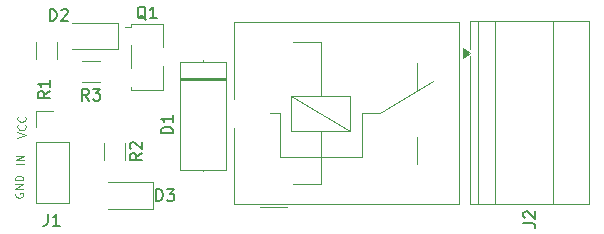
<source format=gbr>
%TF.GenerationSoftware,KiCad,Pcbnew,9.0.5*%
%TF.CreationDate,2025-12-25T11:21:18+05:30*%
%TF.ProjectId,Relay Module ( Single channel),52656c61-7920-44d6-9f64-756c65202820,v1.0*%
%TF.SameCoordinates,Original*%
%TF.FileFunction,Legend,Top*%
%TF.FilePolarity,Positive*%
%FSLAX46Y46*%
G04 Gerber Fmt 4.6, Leading zero omitted, Abs format (unit mm)*
G04 Created by KiCad (PCBNEW 9.0.5) date 2025-12-25 11:21:18*
%MOMM*%
%LPD*%
G01*
G04 APERTURE LIST*
%ADD10C,0.125000*%
%ADD11C,0.150000*%
%ADD12C,0.120000*%
G04 APERTURE END LIST*
D10*
X143617833Y-103121097D02*
X144317833Y-102887764D01*
X144317833Y-102887764D02*
X143617833Y-102654430D01*
X144251166Y-102021097D02*
X144284500Y-102054430D01*
X144284500Y-102054430D02*
X144317833Y-102154430D01*
X144317833Y-102154430D02*
X144317833Y-102221097D01*
X144317833Y-102221097D02*
X144284500Y-102321097D01*
X144284500Y-102321097D02*
X144217833Y-102387764D01*
X144217833Y-102387764D02*
X144151166Y-102421097D01*
X144151166Y-102421097D02*
X144017833Y-102454430D01*
X144017833Y-102454430D02*
X143917833Y-102454430D01*
X143917833Y-102454430D02*
X143784500Y-102421097D01*
X143784500Y-102421097D02*
X143717833Y-102387764D01*
X143717833Y-102387764D02*
X143651166Y-102321097D01*
X143651166Y-102321097D02*
X143617833Y-102221097D01*
X143617833Y-102221097D02*
X143617833Y-102154430D01*
X143617833Y-102154430D02*
X143651166Y-102054430D01*
X143651166Y-102054430D02*
X143684500Y-102021097D01*
X144251166Y-101321097D02*
X144284500Y-101354430D01*
X144284500Y-101354430D02*
X144317833Y-101454430D01*
X144317833Y-101454430D02*
X144317833Y-101521097D01*
X144317833Y-101521097D02*
X144284500Y-101621097D01*
X144284500Y-101621097D02*
X144217833Y-101687764D01*
X144217833Y-101687764D02*
X144151166Y-101721097D01*
X144151166Y-101721097D02*
X144017833Y-101754430D01*
X144017833Y-101754430D02*
X143917833Y-101754430D01*
X143917833Y-101754430D02*
X143784500Y-101721097D01*
X143784500Y-101721097D02*
X143717833Y-101687764D01*
X143717833Y-101687764D02*
X143651166Y-101621097D01*
X143651166Y-101621097D02*
X143617833Y-101521097D01*
X143617833Y-101521097D02*
X143617833Y-101454430D01*
X143617833Y-101454430D02*
X143651166Y-101354430D01*
X143651166Y-101354430D02*
X143684500Y-101321097D01*
X144177833Y-105371097D02*
X143477833Y-105371097D01*
X144177833Y-105037764D02*
X143477833Y-105037764D01*
X143477833Y-105037764D02*
X144177833Y-104637764D01*
X144177833Y-104637764D02*
X143477833Y-104637764D01*
X143451166Y-107794430D02*
X143417833Y-107861097D01*
X143417833Y-107861097D02*
X143417833Y-107961097D01*
X143417833Y-107961097D02*
X143451166Y-108061097D01*
X143451166Y-108061097D02*
X143517833Y-108127764D01*
X143517833Y-108127764D02*
X143584500Y-108161097D01*
X143584500Y-108161097D02*
X143717833Y-108194430D01*
X143717833Y-108194430D02*
X143817833Y-108194430D01*
X143817833Y-108194430D02*
X143951166Y-108161097D01*
X143951166Y-108161097D02*
X144017833Y-108127764D01*
X144017833Y-108127764D02*
X144084500Y-108061097D01*
X144084500Y-108061097D02*
X144117833Y-107961097D01*
X144117833Y-107961097D02*
X144117833Y-107894430D01*
X144117833Y-107894430D02*
X144084500Y-107794430D01*
X144084500Y-107794430D02*
X144051166Y-107761097D01*
X144051166Y-107761097D02*
X143817833Y-107761097D01*
X143817833Y-107761097D02*
X143817833Y-107894430D01*
X144117833Y-107461097D02*
X143417833Y-107461097D01*
X143417833Y-107461097D02*
X144117833Y-107061097D01*
X144117833Y-107061097D02*
X143417833Y-107061097D01*
X144117833Y-106727764D02*
X143417833Y-106727764D01*
X143417833Y-106727764D02*
X143417833Y-106561097D01*
X143417833Y-106561097D02*
X143451166Y-106461097D01*
X143451166Y-106461097D02*
X143517833Y-106394431D01*
X143517833Y-106394431D02*
X143584500Y-106361097D01*
X143584500Y-106361097D02*
X143717833Y-106327764D01*
X143717833Y-106327764D02*
X143817833Y-106327764D01*
X143817833Y-106327764D02*
X143951166Y-106361097D01*
X143951166Y-106361097D02*
X144017833Y-106394431D01*
X144017833Y-106394431D02*
X144084500Y-106461097D01*
X144084500Y-106461097D02*
X144117833Y-106561097D01*
X144117833Y-106561097D02*
X144117833Y-106727764D01*
D11*
X146354905Y-93209819D02*
X146354905Y-92209819D01*
X146354905Y-92209819D02*
X146593000Y-92209819D01*
X146593000Y-92209819D02*
X146735857Y-92257438D01*
X146735857Y-92257438D02*
X146831095Y-92352676D01*
X146831095Y-92352676D02*
X146878714Y-92447914D01*
X146878714Y-92447914D02*
X146926333Y-92638390D01*
X146926333Y-92638390D02*
X146926333Y-92781247D01*
X146926333Y-92781247D02*
X146878714Y-92971723D01*
X146878714Y-92971723D02*
X146831095Y-93066961D01*
X146831095Y-93066961D02*
X146735857Y-93162200D01*
X146735857Y-93162200D02*
X146593000Y-93209819D01*
X146593000Y-93209819D02*
X146354905Y-93209819D01*
X147307286Y-92305057D02*
X147354905Y-92257438D01*
X147354905Y-92257438D02*
X147450143Y-92209819D01*
X147450143Y-92209819D02*
X147688238Y-92209819D01*
X147688238Y-92209819D02*
X147783476Y-92257438D01*
X147783476Y-92257438D02*
X147831095Y-92305057D01*
X147831095Y-92305057D02*
X147878714Y-92400295D01*
X147878714Y-92400295D02*
X147878714Y-92495533D01*
X147878714Y-92495533D02*
X147831095Y-92638390D01*
X147831095Y-92638390D02*
X147259667Y-93209819D01*
X147259667Y-93209819D02*
X147878714Y-93209819D01*
X186454819Y-110333333D02*
X187169104Y-110333333D01*
X187169104Y-110333333D02*
X187311961Y-110380952D01*
X187311961Y-110380952D02*
X187407200Y-110476190D01*
X187407200Y-110476190D02*
X187454819Y-110619047D01*
X187454819Y-110619047D02*
X187454819Y-110714285D01*
X186550057Y-109904761D02*
X186502438Y-109857142D01*
X186502438Y-109857142D02*
X186454819Y-109761904D01*
X186454819Y-109761904D02*
X186454819Y-109523809D01*
X186454819Y-109523809D02*
X186502438Y-109428571D01*
X186502438Y-109428571D02*
X186550057Y-109380952D01*
X186550057Y-109380952D02*
X186645295Y-109333333D01*
X186645295Y-109333333D02*
X186740533Y-109333333D01*
X186740533Y-109333333D02*
X186883390Y-109380952D01*
X186883390Y-109380952D02*
X187454819Y-109952380D01*
X187454819Y-109952380D02*
X187454819Y-109333333D01*
X156757819Y-102733094D02*
X155757819Y-102733094D01*
X155757819Y-102733094D02*
X155757819Y-102494999D01*
X155757819Y-102494999D02*
X155805438Y-102352142D01*
X155805438Y-102352142D02*
X155900676Y-102256904D01*
X155900676Y-102256904D02*
X155995914Y-102209285D01*
X155995914Y-102209285D02*
X156186390Y-102161666D01*
X156186390Y-102161666D02*
X156329247Y-102161666D01*
X156329247Y-102161666D02*
X156519723Y-102209285D01*
X156519723Y-102209285D02*
X156614961Y-102256904D01*
X156614961Y-102256904D02*
X156710200Y-102352142D01*
X156710200Y-102352142D02*
X156757819Y-102494999D01*
X156757819Y-102494999D02*
X156757819Y-102733094D01*
X156757819Y-101209285D02*
X156757819Y-101780713D01*
X156757819Y-101494999D02*
X155757819Y-101494999D01*
X155757819Y-101494999D02*
X155900676Y-101590237D01*
X155900676Y-101590237D02*
X155995914Y-101685475D01*
X155995914Y-101685475D02*
X156043533Y-101780713D01*
X146179666Y-109569819D02*
X146179666Y-110284104D01*
X146179666Y-110284104D02*
X146132047Y-110426961D01*
X146132047Y-110426961D02*
X146036809Y-110522200D01*
X146036809Y-110522200D02*
X145893952Y-110569819D01*
X145893952Y-110569819D02*
X145798714Y-110569819D01*
X147179666Y-110569819D02*
X146608238Y-110569819D01*
X146893952Y-110569819D02*
X146893952Y-109569819D01*
X146893952Y-109569819D02*
X146798714Y-109712676D01*
X146798714Y-109712676D02*
X146703476Y-109807914D01*
X146703476Y-109807914D02*
X146608238Y-109855533D01*
X155354905Y-108459819D02*
X155354905Y-107459819D01*
X155354905Y-107459819D02*
X155593000Y-107459819D01*
X155593000Y-107459819D02*
X155735857Y-107507438D01*
X155735857Y-107507438D02*
X155831095Y-107602676D01*
X155831095Y-107602676D02*
X155878714Y-107697914D01*
X155878714Y-107697914D02*
X155926333Y-107888390D01*
X155926333Y-107888390D02*
X155926333Y-108031247D01*
X155926333Y-108031247D02*
X155878714Y-108221723D01*
X155878714Y-108221723D02*
X155831095Y-108316961D01*
X155831095Y-108316961D02*
X155735857Y-108412200D01*
X155735857Y-108412200D02*
X155593000Y-108459819D01*
X155593000Y-108459819D02*
X155354905Y-108459819D01*
X156259667Y-107459819D02*
X156878714Y-107459819D01*
X156878714Y-107459819D02*
X156545381Y-107840771D01*
X156545381Y-107840771D02*
X156688238Y-107840771D01*
X156688238Y-107840771D02*
X156783476Y-107888390D01*
X156783476Y-107888390D02*
X156831095Y-107936009D01*
X156831095Y-107936009D02*
X156878714Y-108031247D01*
X156878714Y-108031247D02*
X156878714Y-108269342D01*
X156878714Y-108269342D02*
X156831095Y-108364580D01*
X156831095Y-108364580D02*
X156783476Y-108412200D01*
X156783476Y-108412200D02*
X156688238Y-108459819D01*
X156688238Y-108459819D02*
X156402524Y-108459819D01*
X156402524Y-108459819D02*
X156307286Y-108412200D01*
X156307286Y-108412200D02*
X156259667Y-108364580D01*
X154127819Y-104421666D02*
X153651628Y-104754999D01*
X154127819Y-104993094D02*
X153127819Y-104993094D01*
X153127819Y-104993094D02*
X153127819Y-104612142D01*
X153127819Y-104612142D02*
X153175438Y-104516904D01*
X153175438Y-104516904D02*
X153223057Y-104469285D01*
X153223057Y-104469285D02*
X153318295Y-104421666D01*
X153318295Y-104421666D02*
X153461152Y-104421666D01*
X153461152Y-104421666D02*
X153556390Y-104469285D01*
X153556390Y-104469285D02*
X153604009Y-104516904D01*
X153604009Y-104516904D02*
X153651628Y-104612142D01*
X153651628Y-104612142D02*
X153651628Y-104993094D01*
X153223057Y-104040713D02*
X153175438Y-103993094D01*
X153175438Y-103993094D02*
X153127819Y-103897856D01*
X153127819Y-103897856D02*
X153127819Y-103659761D01*
X153127819Y-103659761D02*
X153175438Y-103564523D01*
X153175438Y-103564523D02*
X153223057Y-103516904D01*
X153223057Y-103516904D02*
X153318295Y-103469285D01*
X153318295Y-103469285D02*
X153413533Y-103469285D01*
X153413533Y-103469285D02*
X153556390Y-103516904D01*
X153556390Y-103516904D02*
X154127819Y-104088332D01*
X154127819Y-104088332D02*
X154127819Y-103469285D01*
X149676333Y-99959819D02*
X149343000Y-99483628D01*
X149104905Y-99959819D02*
X149104905Y-98959819D01*
X149104905Y-98959819D02*
X149485857Y-98959819D01*
X149485857Y-98959819D02*
X149581095Y-99007438D01*
X149581095Y-99007438D02*
X149628714Y-99055057D01*
X149628714Y-99055057D02*
X149676333Y-99150295D01*
X149676333Y-99150295D02*
X149676333Y-99293152D01*
X149676333Y-99293152D02*
X149628714Y-99388390D01*
X149628714Y-99388390D02*
X149581095Y-99436009D01*
X149581095Y-99436009D02*
X149485857Y-99483628D01*
X149485857Y-99483628D02*
X149104905Y-99483628D01*
X150009667Y-98959819D02*
X150628714Y-98959819D01*
X150628714Y-98959819D02*
X150295381Y-99340771D01*
X150295381Y-99340771D02*
X150438238Y-99340771D01*
X150438238Y-99340771D02*
X150533476Y-99388390D01*
X150533476Y-99388390D02*
X150581095Y-99436009D01*
X150581095Y-99436009D02*
X150628714Y-99531247D01*
X150628714Y-99531247D02*
X150628714Y-99769342D01*
X150628714Y-99769342D02*
X150581095Y-99864580D01*
X150581095Y-99864580D02*
X150533476Y-99912200D01*
X150533476Y-99912200D02*
X150438238Y-99959819D01*
X150438238Y-99959819D02*
X150152524Y-99959819D01*
X150152524Y-99959819D02*
X150057286Y-99912200D01*
X150057286Y-99912200D02*
X150009667Y-99864580D01*
X154497761Y-93105057D02*
X154402523Y-93057438D01*
X154402523Y-93057438D02*
X154307285Y-92962200D01*
X154307285Y-92962200D02*
X154164428Y-92819342D01*
X154164428Y-92819342D02*
X154069190Y-92771723D01*
X154069190Y-92771723D02*
X153973952Y-92771723D01*
X154021571Y-93009819D02*
X153926333Y-92962200D01*
X153926333Y-92962200D02*
X153831095Y-92866961D01*
X153831095Y-92866961D02*
X153783476Y-92676485D01*
X153783476Y-92676485D02*
X153783476Y-92343152D01*
X153783476Y-92343152D02*
X153831095Y-92152676D01*
X153831095Y-92152676D02*
X153926333Y-92057438D01*
X153926333Y-92057438D02*
X154021571Y-92009819D01*
X154021571Y-92009819D02*
X154212047Y-92009819D01*
X154212047Y-92009819D02*
X154307285Y-92057438D01*
X154307285Y-92057438D02*
X154402523Y-92152676D01*
X154402523Y-92152676D02*
X154450142Y-92343152D01*
X154450142Y-92343152D02*
X154450142Y-92676485D01*
X154450142Y-92676485D02*
X154402523Y-92866961D01*
X154402523Y-92866961D02*
X154307285Y-92962200D01*
X154307285Y-92962200D02*
X154212047Y-93009819D01*
X154212047Y-93009819D02*
X154021571Y-93009819D01*
X155402523Y-93009819D02*
X154831095Y-93009819D01*
X155116809Y-93009819D02*
X155116809Y-92009819D01*
X155116809Y-92009819D02*
X155021571Y-92152676D01*
X155021571Y-92152676D02*
X154926333Y-92247914D01*
X154926333Y-92247914D02*
X154831095Y-92295533D01*
X146347819Y-99191666D02*
X145871628Y-99524999D01*
X146347819Y-99763094D02*
X145347819Y-99763094D01*
X145347819Y-99763094D02*
X145347819Y-99382142D01*
X145347819Y-99382142D02*
X145395438Y-99286904D01*
X145395438Y-99286904D02*
X145443057Y-99239285D01*
X145443057Y-99239285D02*
X145538295Y-99191666D01*
X145538295Y-99191666D02*
X145681152Y-99191666D01*
X145681152Y-99191666D02*
X145776390Y-99239285D01*
X145776390Y-99239285D02*
X145824009Y-99286904D01*
X145824009Y-99286904D02*
X145871628Y-99382142D01*
X145871628Y-99382142D02*
X145871628Y-99763094D01*
X146347819Y-98239285D02*
X146347819Y-98810713D01*
X146347819Y-98524999D02*
X145347819Y-98524999D01*
X145347819Y-98524999D02*
X145490676Y-98620237D01*
X145490676Y-98620237D02*
X145585914Y-98715475D01*
X145585914Y-98715475D02*
X145633533Y-98810713D01*
D12*
%TO.C,D2*%
X148243000Y-95640000D02*
X152128000Y-95640000D01*
X152128000Y-93370000D02*
X148243000Y-93370000D01*
X152128000Y-95640000D02*
X152128000Y-93370000D01*
%TO.C,J2*%
X181950500Y-93260000D02*
X191990500Y-93260000D01*
X181950500Y-95620000D02*
X181950500Y-93260000D01*
X181950500Y-108740000D02*
X181950500Y-96220000D01*
X182570500Y-93260000D02*
X182570500Y-108740000D01*
X184070500Y-93260000D02*
X184070500Y-108740000D01*
X188970500Y-93260000D02*
X188970500Y-108740000D01*
X191990500Y-93260000D02*
X191990500Y-108740000D01*
X191990500Y-108740000D02*
X181950500Y-108740000D01*
X181950500Y-95920000D02*
X181340500Y-96360000D01*
X181340500Y-95480000D01*
X181950500Y-95920000D01*
G36*
X181950500Y-95920000D02*
G01*
X181340500Y-96360000D01*
X181340500Y-95480000D01*
X181950500Y-95920000D01*
G37*
%TO.C,D1*%
X159343000Y-96545000D02*
X159343000Y-96685000D01*
X159343000Y-105965000D02*
X159343000Y-105825000D01*
X161313000Y-98020000D02*
X157373000Y-98020000D01*
X161313000Y-98140000D02*
X157373000Y-98140000D01*
X161313000Y-98260000D02*
X157373000Y-98260000D01*
X161313000Y-96685000D02*
X157373000Y-96685000D01*
X157373000Y-105825000D01*
X161313000Y-105825000D01*
X161313000Y-96685000D01*
%TO.C,J1*%
X145213000Y-100835000D02*
X146593000Y-100835000D01*
X145213000Y-102215000D02*
X145213000Y-100835000D01*
X145213000Y-103485000D02*
X145213000Y-108675000D01*
X145213000Y-103485000D02*
X147973000Y-103485000D01*
X145213000Y-108675000D02*
X147973000Y-108675000D01*
X147973000Y-103485000D02*
X147973000Y-108675000D01*
%TO.C,D3*%
X151243000Y-109140000D02*
X155128000Y-109140000D01*
X155128000Y-106870000D02*
X151243000Y-106870000D01*
X155128000Y-109140000D02*
X155128000Y-106870000D01*
%TO.C,K1*%
X161972000Y-93337500D02*
X161972000Y-99847500D01*
X161972000Y-93337500D02*
X180992000Y-93337500D01*
X161972000Y-102247500D02*
X161972000Y-108757500D01*
X164132000Y-108997500D02*
X166432000Y-108997500D01*
X165882000Y-101047500D02*
X164982000Y-101047500D01*
X165882000Y-101047500D02*
X165882000Y-104747500D01*
X166782000Y-99547500D02*
X171782000Y-99547500D01*
X166782000Y-102547500D02*
X166782000Y-99547500D01*
X166982000Y-107047500D02*
X169282000Y-107047500D01*
X169282000Y-95047500D02*
X166982000Y-95047500D01*
X169282000Y-95047500D02*
X169282000Y-99547500D01*
X169282000Y-102547500D02*
X169282000Y-107047500D01*
X171782000Y-99547500D02*
X171782000Y-102547500D01*
X171782000Y-102547500D02*
X166782000Y-99547500D01*
X171782000Y-102547500D02*
X166782000Y-102547500D01*
X172782000Y-101047500D02*
X172782000Y-104747500D01*
X172782000Y-101047500D02*
X174282000Y-101047500D01*
X172782000Y-104747500D02*
X165882000Y-104747500D01*
X174282000Y-101047500D02*
X178782000Y-98347500D01*
X177482000Y-96747500D02*
X177482000Y-99047500D01*
X177482000Y-105347500D02*
X177482000Y-103047500D01*
X180982000Y-108757500D02*
X161972000Y-108757500D01*
X180992000Y-93337500D02*
X180992000Y-108757500D01*
%TO.C,R2*%
X150933000Y-103527936D02*
X150933000Y-104982064D01*
X152753000Y-103527936D02*
X152753000Y-104982064D01*
%TO.C,R3*%
X149115936Y-96595000D02*
X150570064Y-96595000D01*
X149115936Y-98415000D02*
X150570064Y-98415000D01*
%TO.C,Q1*%
X153233000Y-93445000D02*
X155953000Y-93445000D01*
X153233000Y-93705000D02*
X152693000Y-93705000D01*
X153233000Y-93705000D02*
X153233000Y-93455000D01*
X153233000Y-95275000D02*
X153233000Y-97235000D01*
X153233000Y-99065000D02*
X153233000Y-98805000D01*
X155943000Y-99065000D02*
X153243000Y-99065000D01*
X155953000Y-93445000D02*
X155953000Y-95455000D01*
X155953000Y-97055000D02*
X155953000Y-99065000D01*
%TO.C,R1*%
X145183000Y-96482064D02*
X145183000Y-95027936D01*
X147003000Y-96482064D02*
X147003000Y-95027936D01*
%TD*%
M02*

</source>
